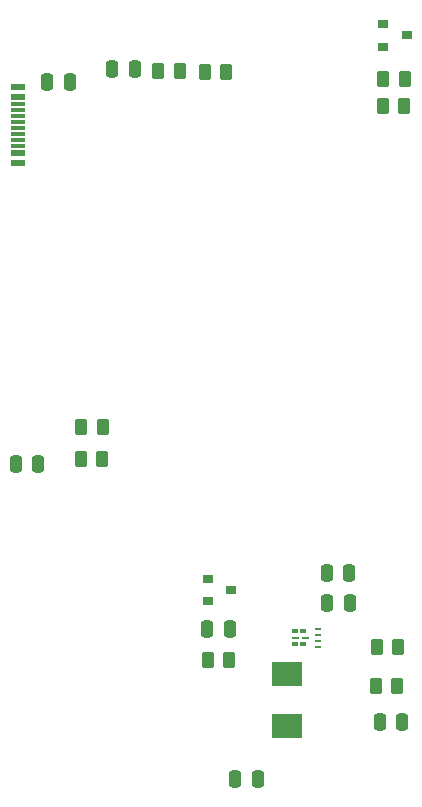
<source format=gbr>
%TF.GenerationSoftware,KiCad,Pcbnew,7.0.10*%
%TF.CreationDate,2025-01-07T15:59:30-07:00*%
%TF.ProjectId,HATA_ver_8.3.1,48415441-5f76-4657-925f-382e332e312e,8.3.1*%
%TF.SameCoordinates,Original*%
%TF.FileFunction,Paste,Top*%
%TF.FilePolarity,Positive*%
%FSLAX46Y46*%
G04 Gerber Fmt 4.6, Leading zero omitted, Abs format (unit mm)*
G04 Created by KiCad (PCBNEW 7.0.10) date 2025-01-07 15:59:30*
%MOMM*%
%LPD*%
G01*
G04 APERTURE LIST*
G04 Aperture macros list*
%AMRoundRect*
0 Rectangle with rounded corners*
0 $1 Rounding radius*
0 $2 $3 $4 $5 $6 $7 $8 $9 X,Y pos of 4 corners*
0 Add a 4 corners polygon primitive as box body*
4,1,4,$2,$3,$4,$5,$6,$7,$8,$9,$2,$3,0*
0 Add four circle primitives for the rounded corners*
1,1,$1+$1,$2,$3*
1,1,$1+$1,$4,$5*
1,1,$1+$1,$6,$7*
1,1,$1+$1,$8,$9*
0 Add four rect primitives between the rounded corners*
20,1,$1+$1,$2,$3,$4,$5,0*
20,1,$1+$1,$4,$5,$6,$7,0*
20,1,$1+$1,$6,$7,$8,$9,0*
20,1,$1+$1,$8,$9,$2,$3,0*%
G04 Aperture macros list end*
%ADD10RoundRect,0.250000X0.262500X0.450000X-0.262500X0.450000X-0.262500X-0.450000X0.262500X-0.450000X0*%
%ADD11R,0.900000X0.800000*%
%ADD12RoundRect,0.250000X-0.250000X-0.475000X0.250000X-0.475000X0.250000X0.475000X-0.250000X0.475000X0*%
%ADD13RoundRect,0.250000X-0.262500X-0.450000X0.262500X-0.450000X0.262500X0.450000X-0.262500X0.450000X0*%
%ADD14RoundRect,0.062500X-0.162500X-0.062500X0.162500X-0.062500X0.162500X0.062500X-0.162500X0.062500X0*%
%ADD15RoundRect,0.250000X0.250000X0.475000X-0.250000X0.475000X-0.250000X-0.475000X0.250000X-0.475000X0*%
%ADD16R,2.600000X2.150000*%
%ADD17R,1.150000X0.600000*%
%ADD18R,1.150000X0.300000*%
G04 APERTURE END LIST*
%TO.C,U3*%
G36*
X228665000Y-154750000D02*
G01*
X229290000Y-154750000D01*
X229290000Y-154950000D01*
X228665000Y-154950000D01*
X228665000Y-154750000D01*
G37*
G36*
X229335000Y-154475000D02*
G01*
X229810000Y-154475000D01*
X229810000Y-154125000D01*
X229335000Y-154125000D01*
X229335000Y-154475000D01*
G37*
G36*
X229365000Y-155575000D02*
G01*
X229840000Y-155575000D01*
X229840000Y-155225000D01*
X229365000Y-155225000D01*
X229365000Y-155575000D01*
G37*
G36*
X228655000Y-154475000D02*
G01*
X229130000Y-154475000D01*
X229130000Y-154125000D01*
X228655000Y-154125000D01*
X228655000Y-154475000D01*
G37*
G36*
X229475000Y-154750000D02*
G01*
X230100000Y-154750000D01*
X230100000Y-154950000D01*
X229475000Y-154950000D01*
X229475000Y-154750000D01*
G37*
G36*
X228685000Y-155575000D02*
G01*
X229160000Y-155575000D01*
X229160000Y-155225000D01*
X228685000Y-155225000D01*
X228685000Y-155575000D01*
G37*
%TD*%
D10*
%TO.C,R1*%
X223352500Y-156700000D03*
X221527500Y-156700000D03*
%TD*%
D11*
%TO.C,D1*%
X221520000Y-151750000D03*
X223520000Y-150800000D03*
X221520000Y-149850000D03*
%TD*%
D12*
%TO.C,C4*%
X236090000Y-162000000D03*
X237990000Y-162000000D03*
%TD*%
%TO.C,C1*%
X207940000Y-107840000D03*
X209840000Y-107840000D03*
%TD*%
D10*
%TO.C,R7*%
X223092500Y-106910000D03*
X221267500Y-106910000D03*
%TD*%
D13*
%TO.C,R4*%
X236337500Y-109830000D03*
X238162500Y-109830000D03*
%TD*%
D10*
%TO.C,R10*%
X212592500Y-139740000D03*
X210767500Y-139740000D03*
%TD*%
D12*
%TO.C,C7*%
X231650000Y-151890000D03*
X233550000Y-151890000D03*
%TD*%
D14*
%TO.C,U3*%
X230835000Y-155600000D03*
X230835000Y-155100000D03*
X230835000Y-154600000D03*
X230835000Y-154100000D03*
%TD*%
D10*
%TO.C,R21*%
X237672500Y-155640000D03*
X235847500Y-155640000D03*
%TD*%
D15*
%TO.C,C5*%
X207190000Y-140130000D03*
X205290000Y-140130000D03*
%TD*%
D12*
%TO.C,C6*%
X231600000Y-149390000D03*
X233500000Y-149390000D03*
%TD*%
D11*
%TO.C,D2*%
X236360000Y-104800000D03*
X238360000Y-103850000D03*
X236360000Y-102900000D03*
%TD*%
D13*
%TO.C,R22*%
X235767500Y-158900000D03*
X237592500Y-158900000D03*
%TD*%
D15*
%TO.C,C8*%
X215340000Y-106720000D03*
X213440000Y-106720000D03*
%TD*%
D16*
%TO.C,L1*%
X228260000Y-162320000D03*
X228260000Y-157960000D03*
%TD*%
D10*
%TO.C,R14*%
X212642500Y-137050000D03*
X210817500Y-137050000D03*
%TD*%
D13*
%TO.C,R3*%
X236367500Y-107540000D03*
X238192500Y-107540000D03*
%TD*%
D17*
%TO.C,P1*%
X205447500Y-108240000D03*
X205447500Y-109040000D03*
D18*
X205447500Y-110190000D03*
X205447500Y-111190000D03*
X205447500Y-111690000D03*
X205447500Y-112690000D03*
D17*
X205447500Y-114640000D03*
X205447500Y-113840000D03*
D18*
X205447500Y-113190000D03*
X205447500Y-112190000D03*
X205447500Y-110690000D03*
X205447500Y-109690000D03*
%TD*%
D15*
%TO.C,C2*%
X225760000Y-166830000D03*
X223860000Y-166830000D03*
%TD*%
%TO.C,C3*%
X223390000Y-154130000D03*
X221490000Y-154130000D03*
%TD*%
D13*
%TO.C,R8*%
X217337500Y-106850000D03*
X219162500Y-106850000D03*
%TD*%
M02*

</source>
